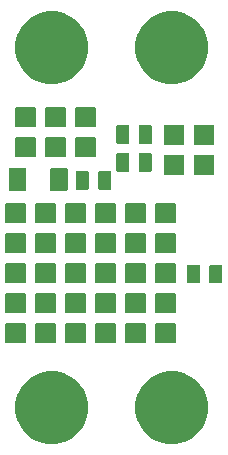
<source format=gbr>
%TF.GenerationSoftware,KiCad,Pcbnew,7.0.7-7.0.7~ubuntu23.04.1*%
%TF.CreationDate,2023-09-17T09:29:20+00:00*%
%TF.ProjectId,I2CHUB01,49324348-5542-4303-912e-6b696361645f,rev?*%
%TF.SameCoordinates,Original*%
%TF.FileFunction,Soldermask,Bot*%
%TF.FilePolarity,Negative*%
%FSLAX46Y46*%
G04 Gerber Fmt 4.6, Leading zero omitted, Abs format (unit mm)*
G04 Created by KiCad (PCBNEW 7.0.7-7.0.7~ubuntu23.04.1) date 2023-09-17 09:29:20*
%MOMM*%
%LPD*%
G01*
G04 APERTURE LIST*
G04 APERTURE END LIST*
G36*
X5427090Y8160508D02*
G01*
X5769815Y8102277D01*
X6103865Y8006038D01*
X6425040Y7873003D01*
X6729299Y7704845D01*
X7012818Y7503678D01*
X7272031Y7272031D01*
X7503678Y7012818D01*
X7704845Y6729299D01*
X7873003Y6425040D01*
X8006038Y6103865D01*
X8102277Y5769815D01*
X8160508Y5427090D01*
X8180000Y5080000D01*
X8160508Y4732910D01*
X8102277Y4390185D01*
X8006038Y4056135D01*
X7873003Y3734960D01*
X7704845Y3430701D01*
X7503678Y3147182D01*
X7272031Y2887969D01*
X7012818Y2656322D01*
X6729299Y2455155D01*
X6425040Y2286997D01*
X6103865Y2153962D01*
X5769815Y2057723D01*
X5427090Y1999492D01*
X5080000Y1980000D01*
X4732910Y1999492D01*
X4390185Y2057723D01*
X4056135Y2153962D01*
X3734960Y2286997D01*
X3430701Y2455155D01*
X3147182Y2656322D01*
X2887969Y2887969D01*
X2656322Y3147182D01*
X2455155Y3430701D01*
X2286997Y3734960D01*
X2153962Y4056135D01*
X2057723Y4390185D01*
X1999492Y4732910D01*
X1980000Y5080000D01*
X1999492Y5427090D01*
X2057723Y5769815D01*
X2153962Y6103865D01*
X2286997Y6425040D01*
X2455155Y6729299D01*
X2656322Y7012818D01*
X2887969Y7272031D01*
X3147182Y7503678D01*
X3430701Y7704845D01*
X3734960Y7873003D01*
X4056135Y8006038D01*
X4390185Y8102277D01*
X4732910Y8160508D01*
X5080000Y8180000D01*
X5427090Y8160508D01*
G37*
G36*
X15587090Y8160508D02*
G01*
X15929815Y8102277D01*
X16263865Y8006038D01*
X16585040Y7873003D01*
X16889299Y7704845D01*
X17172818Y7503678D01*
X17432031Y7272031D01*
X17663678Y7012818D01*
X17864845Y6729299D01*
X18033003Y6425040D01*
X18166038Y6103865D01*
X18262277Y5769815D01*
X18320508Y5427090D01*
X18340000Y5080000D01*
X18320508Y4732910D01*
X18262277Y4390185D01*
X18166038Y4056135D01*
X18033003Y3734960D01*
X17864845Y3430701D01*
X17663678Y3147182D01*
X17432031Y2887969D01*
X17172818Y2656322D01*
X16889299Y2455155D01*
X16585040Y2286997D01*
X16263865Y2153962D01*
X15929815Y2057723D01*
X15587090Y1999492D01*
X15240000Y1980000D01*
X14892910Y1999492D01*
X14550185Y2057723D01*
X14216135Y2153962D01*
X13894960Y2286997D01*
X13590701Y2455155D01*
X13307182Y2656322D01*
X13047969Y2887969D01*
X12816322Y3147182D01*
X12615155Y3430701D01*
X12446997Y3734960D01*
X12313962Y4056135D01*
X12217723Y4390185D01*
X12159492Y4732910D01*
X12140000Y5080000D01*
X12159492Y5427090D01*
X12217723Y5769815D01*
X12313962Y6103865D01*
X12446997Y6425040D01*
X12615155Y6729299D01*
X12816322Y7012818D01*
X13047969Y7272031D01*
X13307182Y7503678D01*
X13590701Y7704845D01*
X13894960Y7873003D01*
X14216135Y8006038D01*
X14550185Y8102277D01*
X14892910Y8160508D01*
X15240000Y8180000D01*
X15587090Y8160508D01*
G37*
G36*
X2832268Y12220888D02*
G01*
X2864711Y12199211D01*
X2886388Y12166768D01*
X2894000Y12128500D01*
X2894000Y10604500D01*
X2886388Y10566232D01*
X2864711Y10533789D01*
X2832268Y10512112D01*
X2794000Y10504500D01*
X2789077Y10504500D01*
X1274922Y10504500D01*
X1270000Y10504500D01*
X1231732Y10512112D01*
X1199289Y10533789D01*
X1177612Y10566232D01*
X1170000Y10604500D01*
X1170000Y12128500D01*
X1177612Y12166768D01*
X1199289Y12199211D01*
X1231732Y12220888D01*
X1270000Y12228500D01*
X2794000Y12228500D01*
X2832268Y12220888D01*
G37*
G36*
X5372268Y12220888D02*
G01*
X5404711Y12199211D01*
X5426388Y12166768D01*
X5434000Y12128500D01*
X5434000Y10604500D01*
X5426388Y10566232D01*
X5404711Y10533789D01*
X5372268Y10512112D01*
X5334000Y10504500D01*
X5329077Y10504500D01*
X3814922Y10504500D01*
X3810000Y10504500D01*
X3771732Y10512112D01*
X3739289Y10533789D01*
X3717612Y10566232D01*
X3710000Y10604500D01*
X3710000Y12128500D01*
X3717612Y12166768D01*
X3739289Y12199211D01*
X3771732Y12220888D01*
X3810000Y12228500D01*
X5334000Y12228500D01*
X5372268Y12220888D01*
G37*
G36*
X7912268Y12220888D02*
G01*
X7944711Y12199211D01*
X7966388Y12166768D01*
X7974000Y12128500D01*
X7974000Y10604500D01*
X7966388Y10566232D01*
X7944711Y10533789D01*
X7912268Y10512112D01*
X7874000Y10504500D01*
X7869077Y10504500D01*
X6354922Y10504500D01*
X6350000Y10504500D01*
X6311732Y10512112D01*
X6279289Y10533789D01*
X6257612Y10566232D01*
X6250000Y10604500D01*
X6250000Y12128500D01*
X6257612Y12166768D01*
X6279289Y12199211D01*
X6311732Y12220888D01*
X6350000Y12228500D01*
X7874000Y12228500D01*
X7912268Y12220888D01*
G37*
G36*
X10452268Y12220888D02*
G01*
X10484711Y12199211D01*
X10506388Y12166768D01*
X10514000Y12128500D01*
X10514000Y10604500D01*
X10506388Y10566232D01*
X10484711Y10533789D01*
X10452268Y10512112D01*
X10414000Y10504500D01*
X10409077Y10504500D01*
X8894922Y10504500D01*
X8890000Y10504500D01*
X8851732Y10512112D01*
X8819289Y10533789D01*
X8797612Y10566232D01*
X8790000Y10604500D01*
X8790000Y12128500D01*
X8797612Y12166768D01*
X8819289Y12199211D01*
X8851732Y12220888D01*
X8890000Y12228500D01*
X10414000Y12228500D01*
X10452268Y12220888D01*
G37*
G36*
X12992268Y12220888D02*
G01*
X13024711Y12199211D01*
X13046388Y12166768D01*
X13054000Y12128500D01*
X13054000Y10604500D01*
X13046388Y10566232D01*
X13024711Y10533789D01*
X12992268Y10512112D01*
X12954000Y10504500D01*
X12949077Y10504500D01*
X11434922Y10504500D01*
X11430000Y10504500D01*
X11391732Y10512112D01*
X11359289Y10533789D01*
X11337612Y10566232D01*
X11330000Y10604500D01*
X11330000Y12128500D01*
X11337612Y12166768D01*
X11359289Y12199211D01*
X11391732Y12220888D01*
X11430000Y12228500D01*
X12954000Y12228500D01*
X12992268Y12220888D01*
G37*
G36*
X15532268Y12220888D02*
G01*
X15564711Y12199211D01*
X15586388Y12166768D01*
X15594000Y12128500D01*
X15594000Y10604500D01*
X15586388Y10566232D01*
X15564711Y10533789D01*
X15532268Y10512112D01*
X15494000Y10504500D01*
X15489077Y10504500D01*
X13974922Y10504500D01*
X13970000Y10504500D01*
X13931732Y10512112D01*
X13899289Y10533789D01*
X13877612Y10566232D01*
X13870000Y10604500D01*
X13870000Y12128500D01*
X13877612Y12166768D01*
X13899289Y12199211D01*
X13931732Y12220888D01*
X13970000Y12228500D01*
X15494000Y12228500D01*
X15532268Y12220888D01*
G37*
G36*
X2832268Y14760888D02*
G01*
X2864711Y14739211D01*
X2886388Y14706768D01*
X2894000Y14668500D01*
X2894000Y13144500D01*
X2886388Y13106232D01*
X2864711Y13073789D01*
X2832268Y13052112D01*
X2794000Y13044500D01*
X2789077Y13044500D01*
X1274922Y13044500D01*
X1270000Y13044500D01*
X1231732Y13052112D01*
X1199289Y13073789D01*
X1177612Y13106232D01*
X1170000Y13144500D01*
X1170000Y14668500D01*
X1177612Y14706768D01*
X1199289Y14739211D01*
X1231732Y14760888D01*
X1270000Y14768500D01*
X2794000Y14768500D01*
X2832268Y14760888D01*
G37*
G36*
X5372268Y14760888D02*
G01*
X5404711Y14739211D01*
X5426388Y14706768D01*
X5434000Y14668500D01*
X5434000Y13144500D01*
X5426388Y13106232D01*
X5404711Y13073789D01*
X5372268Y13052112D01*
X5334000Y13044500D01*
X5329077Y13044500D01*
X3814922Y13044500D01*
X3810000Y13044500D01*
X3771732Y13052112D01*
X3739289Y13073789D01*
X3717612Y13106232D01*
X3710000Y13144500D01*
X3710000Y14668500D01*
X3717612Y14706768D01*
X3739289Y14739211D01*
X3771732Y14760888D01*
X3810000Y14768500D01*
X5334000Y14768500D01*
X5372268Y14760888D01*
G37*
G36*
X7912268Y14760888D02*
G01*
X7944711Y14739211D01*
X7966388Y14706768D01*
X7974000Y14668500D01*
X7974000Y13144500D01*
X7966388Y13106232D01*
X7944711Y13073789D01*
X7912268Y13052112D01*
X7874000Y13044500D01*
X7869077Y13044500D01*
X6354922Y13044500D01*
X6350000Y13044500D01*
X6311732Y13052112D01*
X6279289Y13073789D01*
X6257612Y13106232D01*
X6250000Y13144500D01*
X6250000Y14668500D01*
X6257612Y14706768D01*
X6279289Y14739211D01*
X6311732Y14760888D01*
X6350000Y14768500D01*
X7874000Y14768500D01*
X7912268Y14760888D01*
G37*
G36*
X10452268Y14760888D02*
G01*
X10484711Y14739211D01*
X10506388Y14706768D01*
X10514000Y14668500D01*
X10514000Y13144500D01*
X10506388Y13106232D01*
X10484711Y13073789D01*
X10452268Y13052112D01*
X10414000Y13044500D01*
X10409077Y13044500D01*
X8894922Y13044500D01*
X8890000Y13044500D01*
X8851732Y13052112D01*
X8819289Y13073789D01*
X8797612Y13106232D01*
X8790000Y13144500D01*
X8790000Y14668500D01*
X8797612Y14706768D01*
X8819289Y14739211D01*
X8851732Y14760888D01*
X8890000Y14768500D01*
X10414000Y14768500D01*
X10452268Y14760888D01*
G37*
G36*
X12992268Y14760888D02*
G01*
X13024711Y14739211D01*
X13046388Y14706768D01*
X13054000Y14668500D01*
X13054000Y13144500D01*
X13046388Y13106232D01*
X13024711Y13073789D01*
X12992268Y13052112D01*
X12954000Y13044500D01*
X12949077Y13044500D01*
X11434922Y13044500D01*
X11430000Y13044500D01*
X11391732Y13052112D01*
X11359289Y13073789D01*
X11337612Y13106232D01*
X11330000Y13144500D01*
X11330000Y14668500D01*
X11337612Y14706768D01*
X11359289Y14739211D01*
X11391732Y14760888D01*
X11430000Y14768500D01*
X12954000Y14768500D01*
X12992268Y14760888D01*
G37*
G36*
X15532268Y14760888D02*
G01*
X15564711Y14739211D01*
X15586388Y14706768D01*
X15594000Y14668500D01*
X15594000Y13144500D01*
X15586388Y13106232D01*
X15564711Y13073789D01*
X15532268Y13052112D01*
X15494000Y13044500D01*
X15489077Y13044500D01*
X13974922Y13044500D01*
X13970000Y13044500D01*
X13931732Y13052112D01*
X13899289Y13073789D01*
X13877612Y13106232D01*
X13870000Y13144500D01*
X13870000Y14668500D01*
X13877612Y14706768D01*
X13899289Y14739211D01*
X13931732Y14760888D01*
X13970000Y14768500D01*
X15494000Y14768500D01*
X15532268Y14760888D01*
G37*
G36*
X2832268Y17300888D02*
G01*
X2864711Y17279211D01*
X2886388Y17246768D01*
X2894000Y17208500D01*
X2894000Y15684500D01*
X2886388Y15646232D01*
X2864711Y15613789D01*
X2832268Y15592112D01*
X2794000Y15584500D01*
X2789077Y15584500D01*
X1274922Y15584500D01*
X1270000Y15584500D01*
X1231732Y15592112D01*
X1199289Y15613789D01*
X1177612Y15646232D01*
X1170000Y15684500D01*
X1170000Y17208500D01*
X1177612Y17246768D01*
X1199289Y17279211D01*
X1231732Y17300888D01*
X1270000Y17308500D01*
X2794000Y17308500D01*
X2832268Y17300888D01*
G37*
G36*
X5372268Y17300888D02*
G01*
X5404711Y17279211D01*
X5426388Y17246768D01*
X5434000Y17208500D01*
X5434000Y15684500D01*
X5426388Y15646232D01*
X5404711Y15613789D01*
X5372268Y15592112D01*
X5334000Y15584500D01*
X5329077Y15584500D01*
X3814922Y15584500D01*
X3810000Y15584500D01*
X3771732Y15592112D01*
X3739289Y15613789D01*
X3717612Y15646232D01*
X3710000Y15684500D01*
X3710000Y17208500D01*
X3717612Y17246768D01*
X3739289Y17279211D01*
X3771732Y17300888D01*
X3810000Y17308500D01*
X5334000Y17308500D01*
X5372268Y17300888D01*
G37*
G36*
X7912268Y17300888D02*
G01*
X7944711Y17279211D01*
X7966388Y17246768D01*
X7974000Y17208500D01*
X7974000Y15684500D01*
X7966388Y15646232D01*
X7944711Y15613789D01*
X7912268Y15592112D01*
X7874000Y15584500D01*
X7869077Y15584500D01*
X6354922Y15584500D01*
X6350000Y15584500D01*
X6311732Y15592112D01*
X6279289Y15613789D01*
X6257612Y15646232D01*
X6250000Y15684500D01*
X6250000Y17208500D01*
X6257612Y17246768D01*
X6279289Y17279211D01*
X6311732Y17300888D01*
X6350000Y17308500D01*
X7874000Y17308500D01*
X7912268Y17300888D01*
G37*
G36*
X10452268Y17300888D02*
G01*
X10484711Y17279211D01*
X10506388Y17246768D01*
X10514000Y17208500D01*
X10514000Y15684500D01*
X10506388Y15646232D01*
X10484711Y15613789D01*
X10452268Y15592112D01*
X10414000Y15584500D01*
X10409077Y15584500D01*
X8894922Y15584500D01*
X8890000Y15584500D01*
X8851732Y15592112D01*
X8819289Y15613789D01*
X8797612Y15646232D01*
X8790000Y15684500D01*
X8790000Y17208500D01*
X8797612Y17246768D01*
X8819289Y17279211D01*
X8851732Y17300888D01*
X8890000Y17308500D01*
X10414000Y17308500D01*
X10452268Y17300888D01*
G37*
G36*
X12992268Y17300888D02*
G01*
X13024711Y17279211D01*
X13046388Y17246768D01*
X13054000Y17208500D01*
X13054000Y15684500D01*
X13046388Y15646232D01*
X13024711Y15613789D01*
X12992268Y15592112D01*
X12954000Y15584500D01*
X12949077Y15584500D01*
X11434922Y15584500D01*
X11430000Y15584500D01*
X11391732Y15592112D01*
X11359289Y15613789D01*
X11337612Y15646232D01*
X11330000Y15684500D01*
X11330000Y17208500D01*
X11337612Y17246768D01*
X11359289Y17279211D01*
X11391732Y17300888D01*
X11430000Y17308500D01*
X12954000Y17308500D01*
X12992268Y17300888D01*
G37*
G36*
X15532268Y17300888D02*
G01*
X15564711Y17279211D01*
X15586388Y17246768D01*
X15594000Y17208500D01*
X15594000Y15684500D01*
X15586388Y15646232D01*
X15564711Y15613789D01*
X15532268Y15592112D01*
X15494000Y15584500D01*
X15489077Y15584500D01*
X13974922Y15584500D01*
X13970000Y15584500D01*
X13931732Y15592112D01*
X13899289Y15613789D01*
X13877612Y15646232D01*
X13870000Y15684500D01*
X13870000Y17208500D01*
X13877612Y17246768D01*
X13899289Y17279211D01*
X13931732Y17300888D01*
X13970000Y17308500D01*
X15494000Y17308500D01*
X15532268Y17300888D01*
G37*
G36*
X17564268Y17173888D02*
G01*
X17596711Y17152211D01*
X17618388Y17119768D01*
X17626000Y17081500D01*
X17626000Y15684500D01*
X17618388Y15646232D01*
X17596711Y15613789D01*
X17564268Y15592112D01*
X17526000Y15584500D01*
X17521077Y15584500D01*
X16641922Y15584500D01*
X16637000Y15584500D01*
X16598732Y15592112D01*
X16566289Y15613789D01*
X16544612Y15646232D01*
X16537000Y15684500D01*
X16537000Y17081500D01*
X16544612Y17119768D01*
X16566289Y17152211D01*
X16598732Y17173888D01*
X16637000Y17181500D01*
X17526000Y17181500D01*
X17564268Y17173888D01*
G37*
G36*
X19469268Y17173888D02*
G01*
X19501711Y17152211D01*
X19523388Y17119768D01*
X19531000Y17081500D01*
X19531000Y15684500D01*
X19523388Y15646232D01*
X19501711Y15613789D01*
X19469268Y15592112D01*
X19431000Y15584500D01*
X19426077Y15584500D01*
X18546922Y15584500D01*
X18542000Y15584500D01*
X18503732Y15592112D01*
X18471289Y15613789D01*
X18449612Y15646232D01*
X18442000Y15684500D01*
X18442000Y17081500D01*
X18449612Y17119768D01*
X18471289Y17152211D01*
X18503732Y17173888D01*
X18542000Y17181500D01*
X19431000Y17181500D01*
X19469268Y17173888D01*
G37*
G36*
X2832268Y19840888D02*
G01*
X2864711Y19819211D01*
X2886388Y19786768D01*
X2894000Y19748500D01*
X2894000Y18224500D01*
X2886388Y18186232D01*
X2864711Y18153789D01*
X2832268Y18132112D01*
X2794000Y18124500D01*
X2789077Y18124500D01*
X1274922Y18124500D01*
X1270000Y18124500D01*
X1231732Y18132112D01*
X1199289Y18153789D01*
X1177612Y18186232D01*
X1170000Y18224500D01*
X1170000Y19748500D01*
X1177612Y19786768D01*
X1199289Y19819211D01*
X1231732Y19840888D01*
X1270000Y19848500D01*
X2794000Y19848500D01*
X2832268Y19840888D01*
G37*
G36*
X5372268Y19840888D02*
G01*
X5404711Y19819211D01*
X5426388Y19786768D01*
X5434000Y19748500D01*
X5434000Y18224500D01*
X5426388Y18186232D01*
X5404711Y18153789D01*
X5372268Y18132112D01*
X5334000Y18124500D01*
X5329077Y18124500D01*
X3814922Y18124500D01*
X3810000Y18124500D01*
X3771732Y18132112D01*
X3739289Y18153789D01*
X3717612Y18186232D01*
X3710000Y18224500D01*
X3710000Y19748500D01*
X3717612Y19786768D01*
X3739289Y19819211D01*
X3771732Y19840888D01*
X3810000Y19848500D01*
X5334000Y19848500D01*
X5372268Y19840888D01*
G37*
G36*
X7912268Y19840888D02*
G01*
X7944711Y19819211D01*
X7966388Y19786768D01*
X7974000Y19748500D01*
X7974000Y18224500D01*
X7966388Y18186232D01*
X7944711Y18153789D01*
X7912268Y18132112D01*
X7874000Y18124500D01*
X7869077Y18124500D01*
X6354922Y18124500D01*
X6350000Y18124500D01*
X6311732Y18132112D01*
X6279289Y18153789D01*
X6257612Y18186232D01*
X6250000Y18224500D01*
X6250000Y19748500D01*
X6257612Y19786768D01*
X6279289Y19819211D01*
X6311732Y19840888D01*
X6350000Y19848500D01*
X7874000Y19848500D01*
X7912268Y19840888D01*
G37*
G36*
X10452268Y19840888D02*
G01*
X10484711Y19819211D01*
X10506388Y19786768D01*
X10514000Y19748500D01*
X10514000Y18224500D01*
X10506388Y18186232D01*
X10484711Y18153789D01*
X10452268Y18132112D01*
X10414000Y18124500D01*
X10409077Y18124500D01*
X8894922Y18124500D01*
X8890000Y18124500D01*
X8851732Y18132112D01*
X8819289Y18153789D01*
X8797612Y18186232D01*
X8790000Y18224500D01*
X8790000Y19748500D01*
X8797612Y19786768D01*
X8819289Y19819211D01*
X8851732Y19840888D01*
X8890000Y19848500D01*
X10414000Y19848500D01*
X10452268Y19840888D01*
G37*
G36*
X12992268Y19840888D02*
G01*
X13024711Y19819211D01*
X13046388Y19786768D01*
X13054000Y19748500D01*
X13054000Y18224500D01*
X13046388Y18186232D01*
X13024711Y18153789D01*
X12992268Y18132112D01*
X12954000Y18124500D01*
X12949077Y18124500D01*
X11434922Y18124500D01*
X11430000Y18124500D01*
X11391732Y18132112D01*
X11359289Y18153789D01*
X11337612Y18186232D01*
X11330000Y18224500D01*
X11330000Y19748500D01*
X11337612Y19786768D01*
X11359289Y19819211D01*
X11391732Y19840888D01*
X11430000Y19848500D01*
X12954000Y19848500D01*
X12992268Y19840888D01*
G37*
G36*
X15532268Y19840888D02*
G01*
X15564711Y19819211D01*
X15586388Y19786768D01*
X15594000Y19748500D01*
X15594000Y18224500D01*
X15586388Y18186232D01*
X15564711Y18153789D01*
X15532268Y18132112D01*
X15494000Y18124500D01*
X15489077Y18124500D01*
X13974922Y18124500D01*
X13970000Y18124500D01*
X13931732Y18132112D01*
X13899289Y18153789D01*
X13877612Y18186232D01*
X13870000Y18224500D01*
X13870000Y19748500D01*
X13877612Y19786768D01*
X13899289Y19819211D01*
X13931732Y19840888D01*
X13970000Y19848500D01*
X15494000Y19848500D01*
X15532268Y19840888D01*
G37*
G36*
X2832268Y22380888D02*
G01*
X2864711Y22359211D01*
X2886388Y22326768D01*
X2894000Y22288500D01*
X2894000Y20764500D01*
X2886388Y20726232D01*
X2864711Y20693789D01*
X2832268Y20672112D01*
X2794000Y20664500D01*
X2789077Y20664500D01*
X1274922Y20664500D01*
X1270000Y20664500D01*
X1231732Y20672112D01*
X1199289Y20693789D01*
X1177612Y20726232D01*
X1170000Y20764500D01*
X1170000Y22288500D01*
X1177612Y22326768D01*
X1199289Y22359211D01*
X1231732Y22380888D01*
X1270000Y22388500D01*
X2794000Y22388500D01*
X2832268Y22380888D01*
G37*
G36*
X5372268Y22380888D02*
G01*
X5404711Y22359211D01*
X5426388Y22326768D01*
X5434000Y22288500D01*
X5434000Y20764500D01*
X5426388Y20726232D01*
X5404711Y20693789D01*
X5372268Y20672112D01*
X5334000Y20664500D01*
X5329077Y20664500D01*
X3814922Y20664500D01*
X3810000Y20664500D01*
X3771732Y20672112D01*
X3739289Y20693789D01*
X3717612Y20726232D01*
X3710000Y20764500D01*
X3710000Y22288500D01*
X3717612Y22326768D01*
X3739289Y22359211D01*
X3771732Y22380888D01*
X3810000Y22388500D01*
X5334000Y22388500D01*
X5372268Y22380888D01*
G37*
G36*
X7912268Y22380888D02*
G01*
X7944711Y22359211D01*
X7966388Y22326768D01*
X7974000Y22288500D01*
X7974000Y20764500D01*
X7966388Y20726232D01*
X7944711Y20693789D01*
X7912268Y20672112D01*
X7874000Y20664500D01*
X7869077Y20664500D01*
X6354922Y20664500D01*
X6350000Y20664500D01*
X6311732Y20672112D01*
X6279289Y20693789D01*
X6257612Y20726232D01*
X6250000Y20764500D01*
X6250000Y22288500D01*
X6257612Y22326768D01*
X6279289Y22359211D01*
X6311732Y22380888D01*
X6350000Y22388500D01*
X7874000Y22388500D01*
X7912268Y22380888D01*
G37*
G36*
X10452268Y22380888D02*
G01*
X10484711Y22359211D01*
X10506388Y22326768D01*
X10514000Y22288500D01*
X10514000Y20764500D01*
X10506388Y20726232D01*
X10484711Y20693789D01*
X10452268Y20672112D01*
X10414000Y20664500D01*
X10409077Y20664500D01*
X8894922Y20664500D01*
X8890000Y20664500D01*
X8851732Y20672112D01*
X8819289Y20693789D01*
X8797612Y20726232D01*
X8790000Y20764500D01*
X8790000Y22288500D01*
X8797612Y22326768D01*
X8819289Y22359211D01*
X8851732Y22380888D01*
X8890000Y22388500D01*
X10414000Y22388500D01*
X10452268Y22380888D01*
G37*
G36*
X12992268Y22380888D02*
G01*
X13024711Y22359211D01*
X13046388Y22326768D01*
X13054000Y22288500D01*
X13054000Y20764500D01*
X13046388Y20726232D01*
X13024711Y20693789D01*
X12992268Y20672112D01*
X12954000Y20664500D01*
X12949077Y20664500D01*
X11434922Y20664500D01*
X11430000Y20664500D01*
X11391732Y20672112D01*
X11359289Y20693789D01*
X11337612Y20726232D01*
X11330000Y20764500D01*
X11330000Y22288500D01*
X11337612Y22326768D01*
X11359289Y22359211D01*
X11391732Y22380888D01*
X11430000Y22388500D01*
X12954000Y22388500D01*
X12992268Y22380888D01*
G37*
G36*
X15532268Y22380888D02*
G01*
X15564711Y22359211D01*
X15586388Y22326768D01*
X15594000Y22288500D01*
X15594000Y20764500D01*
X15586388Y20726232D01*
X15564711Y20693789D01*
X15532268Y20672112D01*
X15494000Y20664500D01*
X15489077Y20664500D01*
X13974922Y20664500D01*
X13970000Y20664500D01*
X13931732Y20672112D01*
X13899289Y20693789D01*
X13877612Y20726232D01*
X13870000Y20764500D01*
X13870000Y22288500D01*
X13877612Y22326768D01*
X13899289Y22359211D01*
X13931732Y22380888D01*
X13970000Y22388500D01*
X15494000Y22388500D01*
X15532268Y22380888D01*
G37*
G36*
X2875448Y25326018D02*
G01*
X2907891Y25304341D01*
X2929568Y25271898D01*
X2937180Y25233630D01*
X2937180Y23534370D01*
X2929568Y23496102D01*
X2907891Y23463659D01*
X2875448Y23441982D01*
X2837180Y23434370D01*
X2832257Y23434370D01*
X1541622Y23434370D01*
X1536700Y23434370D01*
X1498432Y23441982D01*
X1465989Y23463659D01*
X1444312Y23496102D01*
X1436700Y23534370D01*
X1436700Y25233630D01*
X1444312Y25271898D01*
X1465989Y25304341D01*
X1498432Y25326018D01*
X1536700Y25333630D01*
X2837180Y25333630D01*
X2875448Y25326018D01*
G37*
G36*
X6375568Y25326018D02*
G01*
X6408011Y25304341D01*
X6429688Y25271898D01*
X6437300Y25233630D01*
X6437300Y23534370D01*
X6429688Y23496102D01*
X6408011Y23463659D01*
X6375568Y23441982D01*
X6337300Y23434370D01*
X6332377Y23434370D01*
X5041742Y23434370D01*
X5036820Y23434370D01*
X4998552Y23441982D01*
X4966109Y23463659D01*
X4944432Y23496102D01*
X4936820Y23534370D01*
X4936820Y25233630D01*
X4944432Y25271898D01*
X4966109Y25304341D01*
X4998552Y25326018D01*
X5036820Y25333630D01*
X6337300Y25333630D01*
X6375568Y25326018D01*
G37*
G36*
X8166268Y25111388D02*
G01*
X8198711Y25089711D01*
X8220388Y25057268D01*
X8228000Y25019000D01*
X8228000Y23622000D01*
X8220388Y23583732D01*
X8198711Y23551289D01*
X8166268Y23529612D01*
X8128000Y23522000D01*
X8123077Y23522000D01*
X7243922Y23522000D01*
X7239000Y23522000D01*
X7200732Y23529612D01*
X7168289Y23551289D01*
X7146612Y23583732D01*
X7139000Y23622000D01*
X7139000Y25019000D01*
X7146612Y25057268D01*
X7168289Y25089711D01*
X7200732Y25111388D01*
X7239000Y25119000D01*
X8128000Y25119000D01*
X8166268Y25111388D01*
G37*
G36*
X10071268Y25111388D02*
G01*
X10103711Y25089711D01*
X10125388Y25057268D01*
X10133000Y25019000D01*
X10133000Y23622000D01*
X10125388Y23583732D01*
X10103711Y23551289D01*
X10071268Y23529612D01*
X10033000Y23522000D01*
X10028077Y23522000D01*
X9148922Y23522000D01*
X9144000Y23522000D01*
X9105732Y23529612D01*
X9073289Y23551289D01*
X9051612Y23583732D01*
X9044000Y23622000D01*
X9044000Y25019000D01*
X9051612Y25057268D01*
X9073289Y25089711D01*
X9105732Y25111388D01*
X9144000Y25119000D01*
X10033000Y25119000D01*
X10071268Y25111388D01*
G37*
G36*
X16230768Y26444888D02*
G01*
X16263211Y26423211D01*
X16284888Y26390768D01*
X16292500Y26352500D01*
X16292500Y24828500D01*
X16284888Y24790232D01*
X16263211Y24757789D01*
X16230768Y24736112D01*
X16192500Y24728500D01*
X16187577Y24728500D01*
X14673422Y24728500D01*
X14668500Y24728500D01*
X14630232Y24736112D01*
X14597789Y24757789D01*
X14576112Y24790232D01*
X14568500Y24828500D01*
X14568500Y26352500D01*
X14576112Y26390768D01*
X14597789Y26423211D01*
X14630232Y26444888D01*
X14668500Y26452500D01*
X16192500Y26452500D01*
X16230768Y26444888D01*
G37*
G36*
X18770768Y26444888D02*
G01*
X18803211Y26423211D01*
X18824888Y26390768D01*
X18832500Y26352500D01*
X18832500Y24828500D01*
X18824888Y24790232D01*
X18803211Y24757789D01*
X18770768Y24736112D01*
X18732500Y24728500D01*
X18727577Y24728500D01*
X17213422Y24728500D01*
X17208500Y24728500D01*
X17170232Y24736112D01*
X17137789Y24757789D01*
X17116112Y24790232D01*
X17108500Y24828500D01*
X17108500Y26352500D01*
X17116112Y26390768D01*
X17137789Y26423211D01*
X17170232Y26444888D01*
X17208500Y26452500D01*
X18732500Y26452500D01*
X18770768Y26444888D01*
G37*
G36*
X11595268Y26635388D02*
G01*
X11627711Y26613711D01*
X11649388Y26581268D01*
X11657000Y26543000D01*
X11657000Y25146000D01*
X11649388Y25107732D01*
X11627711Y25075289D01*
X11595268Y25053612D01*
X11557000Y25046000D01*
X11552077Y25046000D01*
X10672922Y25046000D01*
X10668000Y25046000D01*
X10629732Y25053612D01*
X10597289Y25075289D01*
X10575612Y25107732D01*
X10568000Y25146000D01*
X10568000Y26543000D01*
X10575612Y26581268D01*
X10597289Y26613711D01*
X10629732Y26635388D01*
X10668000Y26643000D01*
X11557000Y26643000D01*
X11595268Y26635388D01*
G37*
G36*
X13500268Y26635388D02*
G01*
X13532711Y26613711D01*
X13554388Y26581268D01*
X13562000Y26543000D01*
X13562000Y25146000D01*
X13554388Y25107732D01*
X13532711Y25075289D01*
X13500268Y25053612D01*
X13462000Y25046000D01*
X13457077Y25046000D01*
X12577922Y25046000D01*
X12573000Y25046000D01*
X12534732Y25053612D01*
X12502289Y25075289D01*
X12480612Y25107732D01*
X12473000Y25146000D01*
X12473000Y26543000D01*
X12480612Y26581268D01*
X12502289Y26613711D01*
X12534732Y26635388D01*
X12573000Y26643000D01*
X13462000Y26643000D01*
X13500268Y26635388D01*
G37*
G36*
X3657768Y27968888D02*
G01*
X3690211Y27947211D01*
X3711888Y27914768D01*
X3719500Y27876500D01*
X3719500Y26352500D01*
X3711888Y26314232D01*
X3690211Y26281789D01*
X3657768Y26260112D01*
X3619500Y26252500D01*
X3614577Y26252500D01*
X2100422Y26252500D01*
X2095500Y26252500D01*
X2057232Y26260112D01*
X2024789Y26281789D01*
X2003112Y26314232D01*
X1995500Y26352500D01*
X1995500Y27876500D01*
X2003112Y27914768D01*
X2024789Y27947211D01*
X2057232Y27968888D01*
X2095500Y27976500D01*
X3619500Y27976500D01*
X3657768Y27968888D01*
G37*
G36*
X6197768Y27968888D02*
G01*
X6230211Y27947211D01*
X6251888Y27914768D01*
X6259500Y27876500D01*
X6259500Y26352500D01*
X6251888Y26314232D01*
X6230211Y26281789D01*
X6197768Y26260112D01*
X6159500Y26252500D01*
X6154577Y26252500D01*
X4640422Y26252500D01*
X4635500Y26252500D01*
X4597232Y26260112D01*
X4564789Y26281789D01*
X4543112Y26314232D01*
X4535500Y26352500D01*
X4535500Y27876500D01*
X4543112Y27914768D01*
X4564789Y27947211D01*
X4597232Y27968888D01*
X4635500Y27976500D01*
X6159500Y27976500D01*
X6197768Y27968888D01*
G37*
G36*
X8737768Y27968888D02*
G01*
X8770211Y27947211D01*
X8791888Y27914768D01*
X8799500Y27876500D01*
X8799500Y26352500D01*
X8791888Y26314232D01*
X8770211Y26281789D01*
X8737768Y26260112D01*
X8699500Y26252500D01*
X8694577Y26252500D01*
X7180422Y26252500D01*
X7175500Y26252500D01*
X7137232Y26260112D01*
X7104789Y26281789D01*
X7083112Y26314232D01*
X7075500Y26352500D01*
X7075500Y27876500D01*
X7083112Y27914768D01*
X7104789Y27947211D01*
X7137232Y27968888D01*
X7175500Y27976500D01*
X8699500Y27976500D01*
X8737768Y27968888D01*
G37*
G36*
X16230768Y28984888D02*
G01*
X16263211Y28963211D01*
X16284888Y28930768D01*
X16292500Y28892500D01*
X16292500Y27368500D01*
X16284888Y27330232D01*
X16263211Y27297789D01*
X16230768Y27276112D01*
X16192500Y27268500D01*
X16187577Y27268500D01*
X14673422Y27268500D01*
X14668500Y27268500D01*
X14630232Y27276112D01*
X14597789Y27297789D01*
X14576112Y27330232D01*
X14568500Y27368500D01*
X14568500Y28892500D01*
X14576112Y28930768D01*
X14597789Y28963211D01*
X14630232Y28984888D01*
X14668500Y28992500D01*
X16192500Y28992500D01*
X16230768Y28984888D01*
G37*
G36*
X18770768Y28984888D02*
G01*
X18803211Y28963211D01*
X18824888Y28930768D01*
X18832500Y28892500D01*
X18832500Y27368500D01*
X18824888Y27330232D01*
X18803211Y27297789D01*
X18770768Y27276112D01*
X18732500Y27268500D01*
X18727577Y27268500D01*
X17213422Y27268500D01*
X17208500Y27268500D01*
X17170232Y27276112D01*
X17137789Y27297789D01*
X17116112Y27330232D01*
X17108500Y27368500D01*
X17108500Y28892500D01*
X17116112Y28930768D01*
X17137789Y28963211D01*
X17170232Y28984888D01*
X17208500Y28992500D01*
X18732500Y28992500D01*
X18770768Y28984888D01*
G37*
G36*
X11595268Y28984888D02*
G01*
X11627711Y28963211D01*
X11649388Y28930768D01*
X11657000Y28892500D01*
X11657000Y27495500D01*
X11649388Y27457232D01*
X11627711Y27424789D01*
X11595268Y27403112D01*
X11557000Y27395500D01*
X11552077Y27395500D01*
X10672922Y27395500D01*
X10668000Y27395500D01*
X10629732Y27403112D01*
X10597289Y27424789D01*
X10575612Y27457232D01*
X10568000Y27495500D01*
X10568000Y28892500D01*
X10575612Y28930768D01*
X10597289Y28963211D01*
X10629732Y28984888D01*
X10668000Y28992500D01*
X11557000Y28992500D01*
X11595268Y28984888D01*
G37*
G36*
X13500268Y28984888D02*
G01*
X13532711Y28963211D01*
X13554388Y28930768D01*
X13562000Y28892500D01*
X13562000Y27495500D01*
X13554388Y27457232D01*
X13532711Y27424789D01*
X13500268Y27403112D01*
X13462000Y27395500D01*
X13457077Y27395500D01*
X12577922Y27395500D01*
X12573000Y27395500D01*
X12534732Y27403112D01*
X12502289Y27424789D01*
X12480612Y27457232D01*
X12473000Y27495500D01*
X12473000Y28892500D01*
X12480612Y28930768D01*
X12502289Y28963211D01*
X12534732Y28984888D01*
X12573000Y28992500D01*
X13462000Y28992500D01*
X13500268Y28984888D01*
G37*
G36*
X3657768Y30508888D02*
G01*
X3690211Y30487211D01*
X3711888Y30454768D01*
X3719500Y30416500D01*
X3719500Y28892500D01*
X3711888Y28854232D01*
X3690211Y28821789D01*
X3657768Y28800112D01*
X3619500Y28792500D01*
X3614577Y28792500D01*
X2100422Y28792500D01*
X2095500Y28792500D01*
X2057232Y28800112D01*
X2024789Y28821789D01*
X2003112Y28854232D01*
X1995500Y28892500D01*
X1995500Y30416500D01*
X2003112Y30454768D01*
X2024789Y30487211D01*
X2057232Y30508888D01*
X2095500Y30516500D01*
X3619500Y30516500D01*
X3657768Y30508888D01*
G37*
G36*
X6197768Y30508888D02*
G01*
X6230211Y30487211D01*
X6251888Y30454768D01*
X6259500Y30416500D01*
X6259500Y28892500D01*
X6251888Y28854232D01*
X6230211Y28821789D01*
X6197768Y28800112D01*
X6159500Y28792500D01*
X6154577Y28792500D01*
X4640422Y28792500D01*
X4635500Y28792500D01*
X4597232Y28800112D01*
X4564789Y28821789D01*
X4543112Y28854232D01*
X4535500Y28892500D01*
X4535500Y30416500D01*
X4543112Y30454768D01*
X4564789Y30487211D01*
X4597232Y30508888D01*
X4635500Y30516500D01*
X6159500Y30516500D01*
X6197768Y30508888D01*
G37*
G36*
X8737768Y30508888D02*
G01*
X8770211Y30487211D01*
X8791888Y30454768D01*
X8799500Y30416500D01*
X8799500Y28892500D01*
X8791888Y28854232D01*
X8770211Y28821789D01*
X8737768Y28800112D01*
X8699500Y28792500D01*
X8694577Y28792500D01*
X7180422Y28792500D01*
X7175500Y28792500D01*
X7137232Y28800112D01*
X7104789Y28821789D01*
X7083112Y28854232D01*
X7075500Y28892500D01*
X7075500Y30416500D01*
X7083112Y30454768D01*
X7104789Y30487211D01*
X7137232Y30508888D01*
X7175500Y30516500D01*
X8699500Y30516500D01*
X8737768Y30508888D01*
G37*
G36*
X5427090Y38640508D02*
G01*
X5769815Y38582277D01*
X6103865Y38486038D01*
X6425040Y38353003D01*
X6729299Y38184845D01*
X7012818Y37983678D01*
X7272031Y37752031D01*
X7503678Y37492818D01*
X7704845Y37209299D01*
X7873003Y36905040D01*
X8006038Y36583865D01*
X8102277Y36249815D01*
X8160508Y35907090D01*
X8180000Y35560000D01*
X8160508Y35212910D01*
X8102277Y34870185D01*
X8006038Y34536135D01*
X7873003Y34214960D01*
X7704845Y33910701D01*
X7503678Y33627182D01*
X7272031Y33367969D01*
X7012818Y33136322D01*
X6729299Y32935155D01*
X6425040Y32766997D01*
X6103865Y32633962D01*
X5769815Y32537723D01*
X5427090Y32479492D01*
X5080000Y32460000D01*
X4732910Y32479492D01*
X4390185Y32537723D01*
X4056135Y32633962D01*
X3734960Y32766997D01*
X3430701Y32935155D01*
X3147182Y33136322D01*
X2887969Y33367969D01*
X2656322Y33627182D01*
X2455155Y33910701D01*
X2286997Y34214960D01*
X2153962Y34536135D01*
X2057723Y34870185D01*
X1999492Y35212910D01*
X1980000Y35560000D01*
X1999492Y35907090D01*
X2057723Y36249815D01*
X2153962Y36583865D01*
X2286997Y36905040D01*
X2455155Y37209299D01*
X2656322Y37492818D01*
X2887969Y37752031D01*
X3147182Y37983678D01*
X3430701Y38184845D01*
X3734960Y38353003D01*
X4056135Y38486038D01*
X4390185Y38582277D01*
X4732910Y38640508D01*
X5080000Y38660000D01*
X5427090Y38640508D01*
G37*
G36*
X15587090Y38640508D02*
G01*
X15929815Y38582277D01*
X16263865Y38486038D01*
X16585040Y38353003D01*
X16889299Y38184845D01*
X17172818Y37983678D01*
X17432031Y37752031D01*
X17663678Y37492818D01*
X17864845Y37209299D01*
X18033003Y36905040D01*
X18166038Y36583865D01*
X18262277Y36249815D01*
X18320508Y35907090D01*
X18340000Y35560000D01*
X18320508Y35212910D01*
X18262277Y34870185D01*
X18166038Y34536135D01*
X18033003Y34214960D01*
X17864845Y33910701D01*
X17663678Y33627182D01*
X17432031Y33367969D01*
X17172818Y33136322D01*
X16889299Y32935155D01*
X16585040Y32766997D01*
X16263865Y32633962D01*
X15929815Y32537723D01*
X15587090Y32479492D01*
X15240000Y32460000D01*
X14892910Y32479492D01*
X14550185Y32537723D01*
X14216135Y32633962D01*
X13894960Y32766997D01*
X13590701Y32935155D01*
X13307182Y33136322D01*
X13047969Y33367969D01*
X12816322Y33627182D01*
X12615155Y33910701D01*
X12446997Y34214960D01*
X12313962Y34536135D01*
X12217723Y34870185D01*
X12159492Y35212910D01*
X12140000Y35560000D01*
X12159492Y35907090D01*
X12217723Y36249815D01*
X12313962Y36583865D01*
X12446997Y36905040D01*
X12615155Y37209299D01*
X12816322Y37492818D01*
X13047969Y37752031D01*
X13307182Y37983678D01*
X13590701Y38184845D01*
X13894960Y38353003D01*
X14216135Y38486038D01*
X14550185Y38582277D01*
X14892910Y38640508D01*
X15240000Y38660000D01*
X15587090Y38640508D01*
G37*
M02*

</source>
